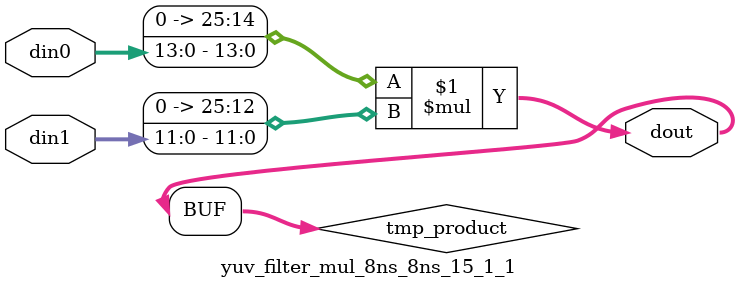
<source format=v>

`timescale 1 ns / 1 ps

 module yuv_filter_mul_8ns_8ns_15_1_1(din0, din1, dout);
parameter ID = 1;
parameter NUM_STAGE = 0;
parameter din0_WIDTH = 14;
parameter din1_WIDTH = 12;
parameter dout_WIDTH = 26;

input [din0_WIDTH - 1 : 0] din0; 
input [din1_WIDTH - 1 : 0] din1; 
output [dout_WIDTH - 1 : 0] dout;

wire signed [dout_WIDTH - 1 : 0] tmp_product;
























assign tmp_product = $signed({1'b0, din0}) * $signed({1'b0, din1});











assign dout = tmp_product;





















endmodule

</source>
